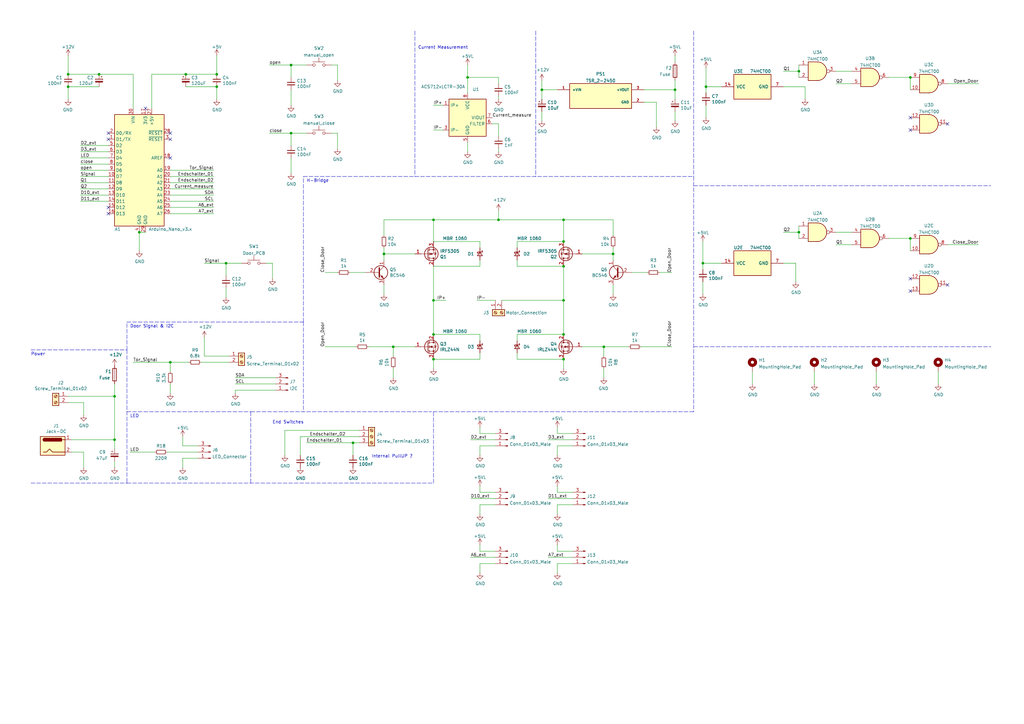
<source format=kicad_sch>
(kicad_sch (version 20211123) (generator eeschema)
  (paper "A3")
  (junction (at 161.29 142.24))
  (junction (at 76.2 30.48))
  (junction (at 231.14 99.06))
  (junction (at 288.29 107.95))
  (junction (at 46.99 162.56))
  (junction (at 373.38 97.79))
  (junction (at 231.14 109.22))
  (junction (at 251.46 104.14))
  (junction (at 327.66 29.21))
  (junction (at 88.9 35.56))
  (junction (at 27.94 30.48))
  (junction (at 144.78 181.61))
  (junction (at 57.15 95.25))
  (junction (at 247.65 142.24))
  (junction (at 204.47 90.17))
  (junction (at 92.71 107.95))
  (junction (at 191.77 31.75))
  (junction (at 46.99 180.34))
  (junction (at 40.64 30.48))
  (junction (at 157.48 104.14))
  (junction (at 327.66 95.25))
  (junction (at 231.14 90.17))
  (junction (at 119.38 26.67))
  (junction (at 177.8 123.19))
  (junction (at 231.14 147.32))
  (junction (at 231.14 123.19))
  (junction (at 276.86 36.83))
  (junction (at 177.8 147.32))
  (junction (at 69.85 148.59))
  (junction (at 119.38 54.61))
  (junction (at 231.14 137.16))
  (junction (at 222.25 36.83))
  (junction (at 373.38 31.75))
  (junction (at 27.94 35.56))
  (junction (at 289.56 35.56))
  (junction (at 177.8 137.16))
  (junction (at 177.8 90.17))
  (junction (at 88.9 30.48))
  (no_connect (at 44.45 85.09))
  (no_connect (at 44.45 54.61))
  (no_connect (at 44.45 57.15))
  (no_connect (at 44.45 87.63))
  (no_connect (at 69.85 64.77))
  (no_connect (at 69.85 57.15))
  (no_connect (at 69.85 54.61))
  (no_connect (at 373.38 119.38))
  (no_connect (at 388.62 116.84))
  (no_connect (at 373.38 114.3))
  (no_connect (at 373.38 48.26))
  (no_connect (at 373.38 53.34))
  (no_connect (at 388.62 50.8))
  (no_connect (at 59.69 44.45))
  (wire (pts (xy 196.85 139.7) (xy 196.85 137.16)))
  (wire (pts (xy 83.82 146.05) (xy 93.98 146.05)))
  (wire (pts (xy 276.86 22.86) (xy 276.86 25.4)))
  (wire (pts (xy 88.9 22.86) (xy 88.9 30.48)))
  (wire (pts (xy 33.02 82.55) (xy 44.45 82.55)))
  (wire (pts (xy 193.04 228.6) (xy 203.2 228.6)))
  (wire (pts (xy 228.6 182.88) (xy 234.95 182.88)))
  (wire (pts (xy 96.52 160.02) (xy 113.03 160.02)))
  (wire (pts (xy 288.29 115.57) (xy 288.29 120.65)))
  (wire (pts (xy 144.78 181.61) (xy 144.78 186.69)))
  (wire (pts (xy 74.93 187.96) (xy 74.93 191.77)))
  (polyline (pts (xy 177.8 198.12) (xy 177.8 168.91)))
  (wire (pts (xy 212.09 106.68) (xy 212.09 109.22)))
  (wire (pts (xy 157.48 96.52) (xy 157.48 90.17)))
  (wire (pts (xy 222.25 33.02) (xy 222.25 36.83)))
  (wire (pts (xy 321.31 29.21) (xy 327.66 29.21)))
  (wire (pts (xy 76.2 30.48) (xy 62.23 30.48)))
  (wire (pts (xy 69.85 69.85) (xy 87.63 69.85)))
  (wire (pts (xy 196.85 231.14) (xy 203.2 231.14)))
  (polyline (pts (xy 284.48 72.39) (xy 284.48 168.91)))
  (wire (pts (xy 111.76 107.95) (xy 109.22 107.95)))
  (wire (pts (xy 359.41 152.4) (xy 359.41 157.48)))
  (polyline (pts (xy 12.7 143.51) (xy 52.07 143.51)))
  (wire (pts (xy 157.48 104.14) (xy 170.18 104.14)))
  (wire (pts (xy 27.94 30.48) (xy 40.64 30.48)))
  (wire (pts (xy 247.65 142.24) (xy 247.65 146.05)))
  (wire (pts (xy 27.94 35.56) (xy 27.94 40.64)))
  (wire (pts (xy 57.15 95.25) (xy 59.69 95.25)))
  (polyline (pts (xy 124.46 72.39) (xy 284.48 72.39)))
  (wire (pts (xy 228.6 231.14) (xy 234.95 231.14)))
  (wire (pts (xy 46.99 162.56) (xy 46.99 180.34)))
  (wire (pts (xy 133.35 111.76) (xy 138.43 111.76)))
  (wire (pts (xy 88.9 30.48) (xy 76.2 30.48)))
  (wire (pts (xy 157.48 116.84) (xy 157.48 120.65)))
  (polyline (pts (xy 52.07 168.91) (xy 102.87 168.91)))
  (wire (pts (xy 196.85 226.06) (xy 203.2 226.06)))
  (wire (pts (xy 119.38 64.77) (xy 119.38 71.12)))
  (wire (pts (xy 33.02 77.47) (xy 44.45 77.47)))
  (wire (pts (xy 34.29 165.1) (xy 34.29 170.18)))
  (wire (pts (xy 231.14 147.32) (xy 212.09 147.32)))
  (polyline (pts (xy 12.7 198.12) (xy 52.07 198.12)))
  (wire (pts (xy 29.21 185.42) (xy 34.29 185.42)))
  (wire (pts (xy 270.51 111.76) (xy 275.59 111.76)))
  (wire (pts (xy 326.39 107.95) (xy 321.31 107.95)))
  (wire (pts (xy 191.77 26.67) (xy 191.77 31.75)))
  (wire (pts (xy 76.2 35.56) (xy 88.9 35.56)))
  (wire (pts (xy 228.6 201.93) (xy 234.95 201.93)))
  (wire (pts (xy 177.8 147.32) (xy 196.85 147.32)))
  (wire (pts (xy 204.47 86.36) (xy 204.47 90.17)))
  (wire (pts (xy 138.43 26.67) (xy 135.89 26.67)))
  (polyline (pts (xy 284.48 142.24) (xy 406.4 142.24)))
  (wire (pts (xy 251.46 104.14) (xy 251.46 106.68)))
  (wire (pts (xy 327.66 95.25) (xy 327.66 97.79)))
  (wire (pts (xy 74.93 179.07) (xy 74.93 182.88)))
  (wire (pts (xy 228.6 186.69) (xy 228.6 182.88)))
  (wire (pts (xy 257.81 142.24) (xy 247.65 142.24)))
  (wire (pts (xy 69.85 157.48) (xy 69.85 161.29)))
  (wire (pts (xy 196.85 201.93) (xy 203.2 201.93)))
  (wire (pts (xy 196.85 106.68) (xy 196.85 109.22)))
  (wire (pts (xy 251.46 116.84) (xy 251.46 120.65)))
  (wire (pts (xy 33.02 69.85) (xy 44.45 69.85)))
  (wire (pts (xy 77.47 148.59) (xy 69.85 148.59)))
  (wire (pts (xy 33.02 72.39) (xy 44.45 72.39)))
  (wire (pts (xy 201.93 50.8) (xy 204.47 50.8)))
  (wire (pts (xy 92.71 107.95) (xy 99.06 107.95)))
  (wire (pts (xy 27.94 22.86) (xy 27.94 30.48)))
  (wire (pts (xy 119.38 26.67) (xy 125.73 26.67)))
  (wire (pts (xy 69.85 85.09) (xy 87.63 85.09)))
  (wire (pts (xy 119.38 26.67) (xy 119.38 31.75)))
  (wire (pts (xy 92.71 118.11) (xy 92.71 121.92)))
  (wire (pts (xy 143.51 111.76) (xy 149.86 111.76)))
  (wire (pts (xy 228.6 207.01) (xy 234.95 207.01)))
  (wire (pts (xy 40.64 35.56) (xy 27.94 35.56)))
  (polyline (pts (xy 219.71 12.7) (xy 219.71 72.39)))
  (wire (pts (xy 388.62 34.29) (xy 401.32 34.29)))
  (wire (pts (xy 231.14 147.32) (xy 231.14 151.13)))
  (wire (pts (xy 74.93 182.88) (xy 81.28 182.88)))
  (wire (pts (xy 46.99 180.34) (xy 46.99 184.15)))
  (wire (pts (xy 342.9 95.25) (xy 349.25 95.25)))
  (wire (pts (xy 289.56 43.18) (xy 289.56 48.26)))
  (wire (pts (xy 196.85 186.69) (xy 196.85 182.88)))
  (wire (pts (xy 228.6 199.39) (xy 228.6 201.93)))
  (wire (pts (xy 212.09 109.22) (xy 231.14 109.22)))
  (wire (pts (xy 289.56 35.56) (xy 295.91 35.56)))
  (wire (pts (xy 125.73 181.61) (xy 144.78 181.61)))
  (wire (pts (xy 222.25 45.72) (xy 222.25 49.53)))
  (wire (pts (xy 68.58 185.42) (xy 81.28 185.42)))
  (wire (pts (xy 334.01 152.4) (xy 334.01 157.48)))
  (wire (pts (xy 69.85 87.63) (xy 87.63 87.63)))
  (wire (pts (xy 204.47 50.8) (xy 204.47 55.88)))
  (wire (pts (xy 193.04 204.47) (xy 203.2 204.47)))
  (wire (pts (xy 69.85 80.01) (xy 87.63 80.01)))
  (wire (pts (xy 228.6 177.8) (xy 234.95 177.8)))
  (wire (pts (xy 289.56 27.94) (xy 289.56 35.56)))
  (wire (pts (xy 228.6 226.06) (xy 234.95 226.06)))
  (wire (pts (xy 247.65 142.24) (xy 238.76 142.24)))
  (wire (pts (xy 46.99 189.23) (xy 46.99 191.77)))
  (wire (pts (xy 373.38 97.79) (xy 373.38 102.87)))
  (wire (pts (xy 196.85 182.88) (xy 203.2 182.88)))
  (wire (pts (xy 177.8 123.19) (xy 177.8 137.16)))
  (wire (pts (xy 119.38 54.61) (xy 119.38 59.69)))
  (wire (pts (xy 231.14 90.17) (xy 231.14 99.06)))
  (polyline (pts (xy 102.87 168.91) (xy 176.53 168.91)))
  (wire (pts (xy 276.86 36.83) (xy 276.86 40.64)))
  (wire (pts (xy 177.8 53.34) (xy 181.61 53.34)))
  (wire (pts (xy 231.14 109.22) (xy 231.14 123.19)))
  (wire (pts (xy 228.6 223.52) (xy 228.6 226.06)))
  (wire (pts (xy 308.61 152.4) (xy 308.61 157.48)))
  (wire (pts (xy 224.79 180.34) (xy 234.95 180.34)))
  (wire (pts (xy 231.14 123.19) (xy 231.14 137.16)))
  (wire (pts (xy 83.82 107.95) (xy 92.71 107.95)))
  (wire (pts (xy 212.09 99.06) (xy 212.09 101.6)))
  (wire (pts (xy 82.55 148.59) (xy 93.98 148.59)))
  (wire (pts (xy 177.8 123.19) (xy 182.88 123.19)))
  (wire (pts (xy 196.85 177.8) (xy 203.2 177.8)))
  (wire (pts (xy 224.79 228.6) (xy 234.95 228.6)))
  (wire (pts (xy 27.94 162.56) (xy 46.99 162.56)))
  (wire (pts (xy 384.81 152.4) (xy 384.81 157.48)))
  (wire (pts (xy 69.85 72.39) (xy 87.63 72.39)))
  (wire (pts (xy 33.02 64.77) (xy 44.45 64.77)))
  (wire (pts (xy 157.48 101.6) (xy 157.48 104.14)))
  (wire (pts (xy 196.85 207.01) (xy 203.2 207.01)))
  (wire (pts (xy 231.14 90.17) (xy 251.46 90.17)))
  (wire (pts (xy 177.8 109.22) (xy 177.8 123.19)))
  (wire (pts (xy 88.9 35.56) (xy 88.9 40.64)))
  (wire (pts (xy 33.02 74.93) (xy 44.45 74.93)))
  (wire (pts (xy 196.85 223.52) (xy 196.85 226.06)))
  (wire (pts (xy 138.43 54.61) (xy 135.89 54.61)))
  (wire (pts (xy 276.86 45.72) (xy 276.86 49.53)))
  (wire (pts (xy 96.52 157.48) (xy 113.03 157.48)))
  (wire (pts (xy 196.85 99.06) (xy 177.8 99.06)))
  (wire (pts (xy 96.52 154.94) (xy 113.03 154.94)))
  (wire (pts (xy 161.29 142.24) (xy 161.29 146.05)))
  (wire (pts (xy 196.85 210.82) (xy 196.85 207.01)))
  (wire (pts (xy 222.25 36.83) (xy 228.6 36.83)))
  (wire (pts (xy 288.29 110.49) (xy 288.29 107.95)))
  (wire (pts (xy 204.47 34.29) (xy 204.47 31.75)))
  (wire (pts (xy 364.49 97.79) (xy 373.38 97.79)))
  (wire (pts (xy 327.66 29.21) (xy 327.66 31.75)))
  (wire (pts (xy 228.6 175.26) (xy 228.6 177.8)))
  (wire (pts (xy 27.94 165.1) (xy 34.29 165.1)))
  (wire (pts (xy 196.85 109.22) (xy 177.8 109.22)))
  (wire (pts (xy 123.19 179.07) (xy 147.32 179.07)))
  (wire (pts (xy 53.34 185.42) (xy 63.5 185.42)))
  (wire (pts (xy 342.9 34.29) (xy 349.25 34.29)))
  (wire (pts (xy 196.85 199.39) (xy 196.85 201.93)))
  (wire (pts (xy 177.8 90.17) (xy 177.8 99.06)))
  (wire (pts (xy 161.29 151.13) (xy 161.29 154.94)))
  (wire (pts (xy 321.31 95.25) (xy 327.66 95.25)))
  (wire (pts (xy 205.74 123.19) (xy 231.14 123.19)))
  (wire (pts (xy 204.47 90.17) (xy 231.14 90.17)))
  (wire (pts (xy 133.35 142.24) (xy 146.05 142.24)))
  (polyline (pts (xy 52.07 132.08) (xy 124.46 132.08)))
  (wire (pts (xy 33.02 67.31) (xy 44.45 67.31)))
  (wire (pts (xy 177.8 90.17) (xy 204.47 90.17)))
  (wire (pts (xy 69.85 148.59) (xy 69.85 152.4)))
  (polyline (pts (xy 52.07 143.51) (xy 52.07 132.08)))
  (wire (pts (xy 193.04 180.34) (xy 203.2 180.34)))
  (wire (pts (xy 204.47 39.37) (xy 204.47 40.64)))
  (wire (pts (xy 288.29 99.06) (xy 288.29 107.95)))
  (wire (pts (xy 364.49 31.75) (xy 373.38 31.75)))
  (polyline (pts (xy 284.48 168.91) (xy 176.53 168.91)))
  (wire (pts (xy 46.99 157.48) (xy 46.99 162.56)))
  (wire (pts (xy 69.85 74.93) (xy 87.63 74.93)))
  (wire (pts (xy 69.85 82.55) (xy 87.63 82.55)))
  (wire (pts (xy 269.24 41.91) (xy 264.16 41.91)))
  (wire (pts (xy 123.19 186.69) (xy 123.19 179.07)))
  (wire (pts (xy 29.21 180.34) (xy 46.99 180.34)))
  (wire (pts (xy 62.23 30.48) (xy 62.23 44.45)))
  (wire (pts (xy 119.38 36.83) (xy 119.38 43.18)))
  (wire (pts (xy 388.62 100.33) (xy 401.32 100.33)))
  (wire (pts (xy 157.48 90.17) (xy 177.8 90.17)))
  (wire (pts (xy 330.2 35.56) (xy 330.2 40.64)))
  (polyline (pts (xy 284.48 12.7) (xy 284.48 72.39)))
  (wire (pts (xy 212.09 139.7) (xy 212.09 137.16)))
  (polyline (pts (xy 124.46 132.08) (xy 124.46 72.39)))
  (wire (pts (xy 116.84 176.53) (xy 116.84 186.69)))
  (wire (pts (xy 265.43 111.76) (xy 259.08 111.76)))
  (wire (pts (xy 147.32 176.53) (xy 116.84 176.53)))
  (wire (pts (xy 69.85 77.47) (xy 87.63 77.47)))
  (wire (pts (xy 228.6 234.95) (xy 228.6 231.14)))
  (wire (pts (xy 138.43 60.96) (xy 138.43 54.61)))
  (wire (pts (xy 54.61 148.59) (xy 69.85 148.59)))
  (wire (pts (xy 327.66 92.71) (xy 327.66 95.25)))
  (wire (pts (xy 288.29 107.95) (xy 295.91 107.95)))
  (wire (pts (xy 321.31 35.56) (xy 330.2 35.56)))
  (wire (pts (xy 264.16 36.83) (xy 276.86 36.83)))
  (wire (pts (xy 191.77 31.75) (xy 191.77 38.1)))
  (wire (pts (xy 222.25 36.83) (xy 222.25 40.64)))
  (wire (pts (xy 196.85 101.6) (xy 196.85 99.06)))
  (wire (pts (xy 373.38 31.75) (xy 373.38 36.83)))
  (wire (pts (xy 144.78 181.61) (xy 147.32 181.61)))
  (wire (pts (xy 83.82 138.43) (xy 83.82 146.05)))
  (wire (pts (xy 342.9 29.21) (xy 349.25 29.21)))
  (wire (pts (xy 228.6 210.82) (xy 228.6 207.01)))
  (polyline (pts (xy 170.18 12.7) (xy 170.18 72.39)))
  (wire (pts (xy 119.38 54.61) (xy 125.73 54.61)))
  (wire (pts (xy 110.49 26.67) (xy 119.38 26.67)))
  (wire (pts (xy 40.64 30.48) (xy 54.61 30.48)))
  (wire (pts (xy 196.85 137.16) (xy 177.8 137.16)))
  (wire (pts (xy 34.29 185.42) (xy 34.29 191.77)))
  (wire (pts (xy 204.47 60.96) (xy 204.47 62.23)))
  (polyline (pts (xy 102.87 168.91) (xy 102.87 196.85)))
  (wire (pts (xy 177.8 43.18) (xy 181.61 43.18)))
  (wire (pts (xy 157.48 104.14) (xy 157.48 106.68)))
  (wire (pts (xy 204.47 31.75) (xy 191.77 31.75)))
  (wire (pts (xy 326.39 115.57) (xy 326.39 107.95)))
  (wire (pts (xy 289.56 38.1) (xy 289.56 35.56)))
  (polyline (pts (xy 52.07 198.12) (xy 177.8 198.12)))
  (wire (pts (xy 342.9 100.33) (xy 349.25 100.33)))
  (wire (pts (xy 212.09 147.32) (xy 212.09 144.78)))
  (wire (pts (xy 161.29 142.24) (xy 170.18 142.24)))
  (wire (pts (xy 196.85 175.26) (xy 196.85 177.8)))
  (wire (pts (xy 92.71 107.95) (xy 92.71 113.03)))
  (polyline (pts (xy 52.07 196.85) (xy 52.07 198.12)))
  (wire (pts (xy 54.61 30.48) (xy 54.61 44.45)))
  (wire (pts (xy 81.28 187.96) (xy 74.93 187.96)))
  (wire (pts (xy 231.14 99.06) (xy 212.09 99.06)))
  (wire (pts (xy 262.89 142.24) (xy 275.59 142.24)))
  (wire (pts (xy 177.8 147.32) (xy 177.8 151.13)))
  (wire (pts (xy 327.66 26.67) (xy 327.66 29.21)))
  (wire (pts (xy 196.85 147.32) (xy 196.85 144.78)))
  (wire (pts (xy 96.52 160.02) (xy 96.52 161.29)))
  (wire (pts (xy 33.02 62.23) (xy 44.45 62.23)))
  (wire (pts (xy 196.85 234.95) (xy 196.85 231.14)))
  (wire (pts (xy 238.76 104.14) (xy 251.46 104.14)))
  (wire (pts (xy 195.58 123.19) (xy 203.2 123.19)))
  (wire (pts (xy 57.15 102.87) (xy 57.15 95.25)))
  (wire (pts (xy 33.02 59.69) (xy 44.45 59.69)))
  (wire (pts (xy 111.76 114.3) (xy 111.76 107.95)))
  (wire (pts (xy 191.77 58.42) (xy 191.77 62.23)))
  (wire (pts (xy 269.24 41.91) (xy 269.24 52.07)))
  (wire (pts (xy 138.43 33.02) (xy 138.43 26.67)))
  (wire (pts (xy 251.46 96.52) (xy 251.46 90.17)))
  (wire (pts (xy 224.79 204.47) (xy 234.95 204.47)))
  (wire (pts (xy 251.46 101.6) (xy 251.46 104.14)))
  (wire (pts (xy 110.49 54.61) (xy 119.38 54.61)))
  (wire (pts (xy 212.09 137.16) (xy 231.14 137.16)))
  (polyline (pts (xy 102.87 196.85) (xy 102.87 198.12)))
  (polyline (pts (xy 284.48 76.2) (xy 406.4 76.2)))
  (polyline (pts (xy 52.07 143.51) (xy 52.07 196.85)))
  (wire (pts (xy 247.65 151.13) (xy 247.65 154.94)))
  (wire (pts (xy 151.13 142.24) (xy 161.29 142.24)))
  (wire (pts (xy 33.02 80.01) (xy 44.45 80.01)))
  (polyline (pts (xy 124.46 132.08) (xy 124.46 168.91)))
  (wire (pts (xy 276.86 33.02) (xy 276.86 36.83)))
  (text "Current Measurement\n" (at 171.45 20.32 0) (effects (font (size 1.27 1.27)) (justify left bottom)))
  (text "Power" (at 12.7 146.05 0) (effects (font (size 1.27 1.27)) (justify left bottom)))
  (text "Door Signal & I2C" (at 53.34 134.62 0) (effects (font (size 1.27 1.27)) (justify left bottom)))
  (text "Internal PullUP ?" (at 152.4 187.96 0) (effects (font (size 1.27 1.27)) (justify left bottom)))
  (text "End Switches" (at 111.76 173.99 0) (effects (font (size 1.27 1.27)) (justify left bottom)))
  (text "H-Bridge" (at 125.73 74.93 0) (effects (font (size 1.27 1.27)) (justify left bottom)))
  (text "LED" (at 53.34 171.45 0) (effects (font (size 1.27 1.27)) (justify left bottom)))
  (label "Tor_Signal" (at 54.61 148.59 0))
  (label "Close_Door" (at 401.32 100.33 180))
  (label "Signal" (at 83.82 107.95 0))
  (label "D10_ext" (at 193.04 204.47 0))
  (label "IP-" (at 195.58 123.19 0))
  (label "Q2" (at 342.9 34.29 0))
  (label "A6_ext" (at 193.04 228.6 0))
  (label "SCL" (at 87.63 82.55 180))
  (label "Endschalter_02" (at 127 179.07 0))
  (label "close" (at 110.49 54.61 0))
  (label "IP+" (at 182.88 123.19 180))
  (label "Open_Door" (at 401.32 34.29 180))
  (label "IP-" (at 177.8 53.34 0))
  (label "A7_ext" (at 224.79 228.6 0))
  (label "Close_Door" (at 133.35 111.76 90))
  (label "SCL" (at 96.52 157.48 0))
  (label "D3_ext" (at 224.79 180.34 0))
  (label "D10_ext" (at 33.02 80.01 0))
  (label "Q1" (at 321.31 29.21 0))
  (label "SDA" (at 87.63 80.01 180))
  (label "Q2" (at 321.31 95.25 0))
  (label "Close_Door" (at 275.59 142.24 90))
  (label "Endschalter_02" (at 87.63 74.93 180))
  (label "close" (at 33.02 67.31 0))
  (label "Current_measure" (at 201.93 48.26 0))
  (label "LED" (at 33.02 64.77 0))
  (label "Signal" (at 33.02 72.39 0))
  (label "Endschalter_01" (at 87.63 72.39 180))
  (label "D11_ext" (at 33.02 82.55 0))
  (label "IP+" (at 177.8 43.18 0))
  (label "A7_ext" (at 87.63 87.63 180))
  (label "Tor_Signal" (at 87.63 69.85 180))
  (label "LED" (at 53.34 185.42 0))
  (label "Q2" (at 33.02 77.47 0))
  (label "D2_ext" (at 33.02 59.69 0))
  (label "D11_ext" (at 224.79 204.47 0))
  (label "D2_ext" (at 193.04 180.34 0))
  (label "open" (at 33.02 69.85 0))
  (label "Open_Door" (at 275.59 111.76 90))
  (label "Endschalter_01" (at 125.73 181.61 0))
  (label "Q1" (at 33.02 74.93 0))
  (label "open" (at 110.49 26.67 0))
  (label "A6_ext" (at 87.63 85.09 180))
  (label "Q1" (at 342.9 100.33 0))
  (label "Open_Door" (at 133.35 142.24 90))
  (label "Current_measure" (at 87.63 77.47 180))
  (label "SDA" (at 96.52 154.94 0))
  (label "D3_ext" (at 33.02 62.23 0))
  (symbol (lib_id "MCU_Module:Arduino_Nano_v3.x") (at 57.15 69.85 0) (unit 1)
    (property "Reference" "A1" (at 48.26 93.98 0))
    (property "Value" "Arduino_Nano_v3.x" (at 69.85 93.98 0))
    (property "Footprint" "Module:Arduino_Nano" (effects hide))
    (property "Datasheet" "http://www.mouser.com/pdfdocs/Gravitech_Arduino_Nano3_0.pdf" (effects hide))
  )
  (symbol (lib_id "Device:CP_Small") (at 76.2 33.02 0) (unit 1)
    (property "Reference" "C3" (at 78.4352 31.8516 0) (effects (justify left)))
    (property "Value" "120uF" (at 78.4352 34.163 0) (effects (justify left)))
    (property "Footprint" "Capacitor_THT:CP_Radial_D6.3mm_P2.50mm" (effects hide))
  )
  (symbol (lib_id "Device:C_Small") (at 88.9 33.02 0) (unit 1)
    (property "Reference" "C4" (at 91.2368 31.8516 0) (effects (justify left)))
    (property "Value" "100nF" (at 91.2368 34.163 0) (effects (justify left)))
    (property "Footprint" "Capacitor_THT:C_Disc_D3.8mm_W2.6mm_P2.50mm" (effects hide))
  )
  (symbol (lib_id "power:GND") (at 88.9 40.64 0) (unit 1)
    (property "Reference" "#PWR0101" (effects hide))
    (property "Value" "GND" (at 89.027 45.0342 0))
  )
  (symbol (lib_id "power:GND") (at 57.15 102.87 0) (unit 1)
    (property "Reference" "#PWR0102" (effects hide))
    (property "Value" "GND" (at 57.277 107.2642 0))
  )
  (symbol (lib_id "Transistor_FET:IRLZ44N") (at 175.26 142.24 0) (unit 1)
    (property "Reference" "Q3" (at 180.4416 141.0716 0) (effects (justify left)))
    (property "Value" "IRLZ44N" (at 180.4416 143.383 0) (effects (justify left)))
    (property "Footprint" "Package_TO_SOT_THT:TO-220-3_Vertical" (effects hide))
    (property "Datasheet" "http://www.irf.com/product-info/datasheets/data/irlz44n.pdf" (effects hide))
  )
  (symbol (lib_id "Transistor_FET:IRLZ44N") (at 233.68 142.24 0) (mirror y) (unit 1)
    (property "Reference" "Q4" (at 228.473 141.0716 0) (effects (justify left)))
    (property "Value" "IRLZ44N" (at 228.473 143.383 0) (effects (justify left)))
    (property "Footprint" "Package_TO_SOT_THT:TO-220-3_Vertical" (effects hide))
    (property "Datasheet" "http://www.irf.com/product-info/datasheets/data/irlz44n.pdf" (effects hide))
  )
  (symbol (lib_id "Connector:Jack-DC") (at 21.59 182.88 0) (unit 1)
    (property "Reference" "J1" (at 23.0378 174.625 0))
    (property "Value" "Jack-DC" (at 23.0378 176.9364 0))
    (property "Footprint" "Connector_BarrelJack:BarrelJack_Horizontal" (effects hide))
  )
  (symbol (lib_id "Connector:Screw_Terminal_01x02") (at 22.86 162.56 0) (mirror y) (unit 1)
    (property "Reference" "J2" (at 24.9428 157.0482 0))
    (property "Value" "Screw_Terminal_01x02" (at 24.9428 159.3596 0))
    (property "Footprint" "TerminalBlock_Phoenix:TerminalBlock_Phoenix_PT-1,5-2-5.0-H_1x02_P5.00mm_Horizontal" (effects hide))
  )
  (symbol (lib_id "power:GND") (at 34.29 170.18 0) (unit 1)
    (property "Reference" "#PWR0103" (effects hide))
    (property "Value" "GND" (at 34.417 174.5742 0))
  )
  (symbol (lib_id "power:GND") (at 34.29 191.77 0) (unit 1)
    (property "Reference" "#PWR0104" (effects hide))
    (property "Value" "GND" (at 34.417 196.1642 0))
  )
  (symbol (lib_id "power:+12V") (at 46.99 149.86 0) (unit 1)
    (property "Reference" "#PWR0107" (effects hide))
    (property "Value" "+12V" (at 47.371 145.4658 0))
  )
  (symbol (lib_id "Transistor_FET:IRF9540N") (at 175.26 104.14 0) (mirror x) (unit 1)
    (property "Reference" "Q1" (at 180.467 105.3084 0) (effects (justify left)))
    (property "Value" "IRF5305" (at 180.467 102.997 0) (effects (justify left)))
    (property "Footprint" "Package_TO_SOT_THT:TO-220-3_Vertical" (effects hide))
    (property "Datasheet" "http://www.irf.com/product-info/datasheets/data/irf9540n.pdf" (effects hide))
  )
  (symbol (lib_id "Transistor_FET:IRF9540N") (at 233.68 104.14 180) (unit 1)
    (property "Reference" "Q2" (at 228.473 105.3084 0) (effects (justify left)))
    (property "Value" "IRF5305" (at 228.473 102.997 0) (effects (justify left)))
    (property "Footprint" "Package_TO_SOT_THT:TO-220-3_Vertical" (effects hide))
    (property "Datasheet" "http://www.irf.com/product-info/datasheets/data/irf9540n.pdf" (effects hide))
  )
  (symbol (lib_id "Connector:Screw_Terminal_01x02") (at 203.2 128.27 90) (mirror x) (unit 1)
    (property "Reference" "J3" (at 199.39 128.27 90))
    (property "Value" "Motor_Connection" (at 215.9 128.27 90))
    (property "Footprint" "TerminalBlock_Phoenix:TerminalBlock_Phoenix_PT-1,5-2-5.0-H_1x02_P5.00mm_Horizontal" (effects hide))
  )
  (symbol (lib_id "Device:D_Schottky_Small") (at 196.85 104.14 270) (unit 1)
    (property "Reference" "D1" (at 191.77 104.14 90) (effects (justify left)))
    (property "Value" "MBR 1060" (at 181.61 97.79 90) (effects (justify left)))
    (property "Footprint" "Package_TO_SOT_THT:TO-220-2_Vertical" (effects hide))
  )
  (symbol (lib_id "Device:D_Schottky_Small") (at 196.85 142.24 270) (unit 1)
    (property "Reference" "D3" (at 191.77 142.24 90) (effects (justify left)))
    (property "Value" "MBR 1060" (at 181.61 135.89 90) (effects (justify left)))
    (property "Footprint" "Package_TO_SOT_THT:TO-220-2_Vertical" (effects hide))
  )
  (symbol (lib_id "Device:D_Schottky_Small") (at 212.09 142.24 270) (unit 1)
    (property "Reference" "D4" (at 214.63 142.24 90) (effects (justify left)))
    (property "Value" "MBR 1060" (at 212.09 135.89 90) (effects (justify left)))
    (property "Footprint" "Package_TO_SOT_THT:TO-220-2_Vertical" (effects hide))
  )
  (symbol (lib_id "Device:D_Schottky_Small") (at 212.09 104.14 270) (unit 1)
    (property "Reference" "D2" (at 214.63 104.14 90) (effects (justify left)))
    (property "Value" "MBR 1060" (at 212.09 97.79 90) (effects (justify left)))
    (property "Footprint" "Package_TO_SOT_THT:TO-220-2_Vertical" (effects hide))
  )
  (symbol (lib_id "Device:R_Small") (at 157.48 99.06 180) (unit 1)
    (property "Reference" "R2" (at 158.9786 97.8916 0) (effects (justify right)))
    (property "Value" "10k" (at 158.9786 100.203 0) (effects (justify right)))
    (property "Footprint" "Resistor_THT:R_Axial_DIN0207_L6.3mm_D2.5mm_P10.16mm_Horizontal" (effects hide))
  )
  (symbol (lib_id "Transistor_BJT:BC546") (at 154.94 111.76 0) (unit 1)
    (property "Reference" "Q5" (at 159.7914 110.5916 0) (effects (justify left)))
    (property "Value" "BC546" (at 159.7914 112.903 0) (effects (justify left)))
    (property "Footprint" "Package_TO_SOT_THT:TO-92_Inline" (effects hide))
    (property "Datasheet" "https://www.onsemi.com/pub/Collateral/BC550-D.pdf" (effects hide))
  )
  (symbol (lib_id "power:+12V") (at 204.47 86.36 0) (unit 1)
    (property "Reference" "#PWR0112" (effects hide))
    (property "Value" "+12V" (at 204.851 81.9658 0))
  )
  (symbol (lib_id "Device:R_Small") (at 140.97 111.76 90) (unit 1)
    (property "Reference" "R1" (at 140.97 106.7816 90))
    (property "Value" "1k" (at 140.97 109.093 90))
    (property "Footprint" "Resistor_THT:R_Axial_DIN0207_L6.3mm_D2.5mm_P10.16mm_Horizontal" (effects hide))
  )
  (symbol (lib_id "power:+5VL") (at 228.6 175.26 0) (unit 1)
    (property "Reference" "#PWR015" (effects hide))
    (property "Value" "+5VL" (at 228.6 171.6555 0))
  )
  (symbol (lib_id "Device:C_Small") (at 92.71 115.57 0) (unit 1)
    (property "Reference" "C12" (at 95.0468 114.4016 0) (effects (justify left)))
    (property "Value" "100nF" (at 95.0468 116.713 0) (effects (justify left)))
    (property "Footprint" "Capacitor_THT:C_Disc_D3.8mm_W2.6mm_P2.50mm" (effects hide))
  )
  (symbol (lib_id "power:GND") (at 119.38 71.12 0) (unit 1)
    (property "Reference" "#PWR0105" (effects hide))
    (property "Value" "GND" (at 119.507 75.5142 0))
  )
  (symbol (lib_id "power:GND") (at 204.47 62.23 0) (unit 1)
    (property "Reference" "#PWR012" (effects hide))
    (property "Value" "GND" (at 204.597 66.6242 0))
  )
  (symbol (lib_id "power:GND") (at 69.85 161.29 0) (unit 1)
    (property "Reference" "#PWR02" (effects hide))
    (property "Value" "GND" (at 69.977 165.6842 0))
  )
  (symbol (lib_id "power:GND") (at 196.85 186.69 0) (unit 1)
    (property "Reference" "#PWR0134" (effects hide))
    (property "Value" "GND" (at 196.977 191.0842 0))
  )
  (symbol (lib_id "power:GND") (at 326.39 115.57 0) (unit 1)
    (property "Reference" "#PWR018" (effects hide))
    (property "Value" "GND" (at 326.517 119.9642 0))
  )
  (symbol (lib_id "Switch:SW_Push") (at 104.14 107.95 0) (unit 1)
    (property "Reference" "SW1" (at 104.14 101.0625 0))
    (property "Value" "Door_PCB" (at 104.14 103.8376 0))
    (property "Footprint" "Button_Switch_THT:SW_PUSH_6mm_H4.3mm" (effects hide))
  )
  (symbol (lib_id "power:GND") (at 96.52 161.29 0) (unit 1)
    (property "Reference" "#PWR0122" (effects hide))
    (property "Value" "GND" (at 96.647 165.6842 0))
  )
  (symbol (lib_id "74xx:74HCT00") (at 356.87 97.79 0) (unit 2)
    (property "Reference" "U2" (at 356.87 90.0135 0))
    (property "Value" "74HCT00" (at 356.87 92.7886 0))
    (property "Footprint" "Package_DIP:DIP-14_W7.62mm_Socket" (effects hide))
    (property "Datasheet" "http://www.ti.com/lit/gpn/sn74hct00" (effects hide))
  )
  (symbol (lib_id "Device:R_Small") (at 148.59 142.24 90) (unit 1)
    (property "Reference" "R5" (at 148.59 137.2616 90))
    (property "Value" "1k" (at 148.59 139.573 90))
    (property "Footprint" "Resistor_THT:R_Axial_DIN0207_L6.3mm_D2.5mm_P10.16mm_Horizontal" (effects hide))
  )
  (symbol (lib_id "power:+5VL") (at 196.85 223.52 0) (unit 1)
    (property "Reference" "#PWR06" (effects hide))
    (property "Value" "+5VL" (at 196.85 219.9155 0))
  )
  (symbol (lib_id "74xx:74HCT00") (at 335.28 95.25 0) (unit 1)
    (property "Reference" "U2" (at 335.28 87.4735 0))
    (property "Value" "74HCT00" (at 335.28 90.2486 0))
    (property "Footprint" "Package_DIP:DIP-14_W7.62mm_Socket" (effects hide))
    (property "Datasheet" "http://www.ti.com/lit/gpn/sn74hct00" (effects hide))
  )
  (symbol (lib_id "power:GND") (at 288.29 120.65 0) (unit 1)
    (property "Reference" "#PWR014" (effects hide))
    (property "Value" "GND" (at 288.417 125.0442 0))
  )
  (symbol (lib_id "Mechanical:MountingHole_Pad") (at 308.61 149.86 0) (unit 1)
    (property "Reference" "H1" (at 311.15 147.6815 0) (effects (justify left)))
    (property "Value" "MountingHole_Pad" (at 311.15 150.4566 0) (effects (justify left)))
    (property "Footprint" "MountingHole:MountingHole_3.7mm_Pad_Via" (effects hide))
  )
  (symbol (lib_id "Device:C_Small") (at 144.78 189.23 0) (unit 1)
    (property "Reference" "C16" (at 147.1168 188.0616 0) (effects (justify left)))
    (property "Value" "100nF" (at 147.1168 190.373 0) (effects (justify left)))
    (property "Footprint" "Capacitor_THT:C_Disc_D3.8mm_W2.6mm_P2.50mm" (effects hide))
  )
  (symbol (lib_id "power:GND") (at 123.19 191.77 0) (unit 1)
    (property "Reference" "#PWR0120" (effects hide))
    (property "Value" "GND" (at 123.317 196.1642 0))
  )
  (symbol (lib_id "Device:CP_Small") (at 222.25 43.18 0) (unit 1)
    (property "Reference" "C10" (at 224.4852 42.0116 0) (effects (justify left)))
    (property "Value" "10uF" (at 224.4852 44.323 0) (effects (justify left)))
    (property "Footprint" "Capacitor_THT:CP_Radial_D6.3mm_P2.50mm" (effects hide))
  )
  (symbol (lib_id "power:GND") (at 204.47 40.64 0) (unit 1)
    (property "Reference" "#PWR011" (effects hide))
    (property "Value" "GND" (at 204.597 45.0342 0))
  )
  (symbol (lib_id "power:+5VL") (at 228.6 199.39 0) (unit 1)
    (property "Reference" "#PWR023" (effects hide))
    (property "Value" "+5VL" (at 228.6 195.7855 0))
  )
  (symbol (lib_id "power:GND") (at 138.43 60.96 0) (unit 1)
    (property "Reference" "#PWR0116" (effects hide))
    (property "Value" "GND" (at 138.557 65.3542 0))
  )
  (symbol (lib_id "Connector:Conn_01x03_Male") (at 208.28 204.47 180) (unit 1)
    (property "Reference" "J9" (at 208.9912 203.5615 0) (effects (justify right)))
    (property "Value" "Conn_01x03_Male" (at 208.9912 206.3366 0) (effects (justify right)))
    (property "Footprint" "Connector_PinHeader_2.54mm:PinHeader_1x03_P2.54mm_Vertical" (effects hide))
  )
  (symbol (lib_id "74xx:74HCT00") (at 381 116.84 0) (unit 4)
    (property "Reference" "U2" (at 381 109.0635 0))
    (property "Value" "74HCT00" (at 381 111.8386 0))
    (property "Footprint" "Package_DIP:DIP-14_W7.62mm_Socket" (effects hide))
    (property "Datasheet" "http://www.ti.com/lit/gpn/sn74hct00" (effects hide))
  )
  (symbol (lib_id "power:GND") (at 384.81 157.48 0) (unit 1)
    (property "Reference" "#PWR0132" (effects hide))
    (property "Value" "GND" (at 384.937 161.8742 0))
  )
  (symbol (lib_id "power:GND") (at 157.48 120.65 0) (unit 1)
    (property "Reference" "#PWR0115" (effects hide))
    (property "Value" "GND" (at 157.607 125.0442 0))
  )
  (symbol (lib_id "74xx:74HCT00") (at 308.61 35.56 90) (unit 5)
    (property "Reference" "U3" (at 304.8 29.21 90) (effects (justify left)))
    (property "Value" "74HCT00" (at 316.23 29.21 90) (effects (justify left)))
    (property "Footprint" "Package_DIP:DIP-14_W7.62mm_Socket" (effects hide))
    (property "Datasheet" "http://www.ti.com/lit/gpn/sn74hct00" (effects hide))
  )
  (symbol (lib_id "power:GND") (at 74.93 191.77 0) (unit 1)
    (property "Reference" "#PWR07" (effects hide))
    (property "Value" "GND" (at 75.057 196.1642 0))
  )
  (symbol (lib_id "Device:R_Small") (at 267.97 111.76 270) (mirror x) (unit 1)
    (property "Reference" "R3" (at 267.97 106.7816 90))
    (property "Value" "1k" (at 267.97 109.093 90))
    (property "Footprint" "Resistor_THT:R_Axial_DIN0207_L6.3mm_D2.5mm_P10.16mm_Horizontal" (effects hide))
  )
  (symbol (lib_id "Device:C_Small") (at 27.94 33.02 0) (mirror y) (unit 1)
    (property "Reference" "C1" (at 25.6032 31.8516 0) (effects (justify left)))
    (property "Value" "100nF" (at 25.6032 34.163 0) (effects (justify left)))
    (property "Footprint" "Capacitor_THT:C_Disc_D3.8mm_W2.6mm_P2.50mm" (effects hide))
  )
  (symbol (lib_id "power:GND") (at 308.61 157.48 0) (unit 1)
    (property "Reference" "#PWR0129" (effects hide))
    (property "Value" "GND" (at 308.737 161.8742 0))
  )
  (symbol (lib_id "power:+5VL") (at 191.77 26.67 0) (unit 1)
    (property "Reference" "#PWR0125" (effects hide))
    (property "Value" "+5VL" (at 191.77 23.0655 0))
  )
  (symbol (lib_id "Device:CP_Small") (at 40.64 33.02 0) (mirror y) (unit 1)
    (property "Reference" "C2" (at 38.4048 31.8516 0) (effects (justify left)))
    (property "Value" "120uF" (at 38.4048 34.163 0) (effects (justify left)))
    (property "Footprint" "Capacitor_THT:CP_Radial_D6.3mm_P2.50mm" (effects hide))
  )
  (symbol (lib_id "power:+5VL") (at 74.93 179.07 0) (unit 1)
    (property "Reference" "#PWR0124" (effects hide))
    (property "Value" "+5VL" (at 74.93 175.4655 0))
  )
  (symbol (lib_id "Mechanical:MountingHole_Pad") (at 359.41 149.86 0) (unit 1)
    (property "Reference" "H3" (at 361.95 147.6815 0) (effects (justify left)))
    (property "Value" "MountingHole_Pad" (at 361.95 150.4566 0) (effects (justify left)))
    (property "Footprint" "MountingHole:MountingHole_3.7mm_Pad_Via" (effects hide))
  )
  (symbol (lib_id "power:+5VL") (at 196.85 175.26 0) (unit 1)
    (property "Reference" "#PWR0133" (effects hide))
    (property "Value" "+5VL" (at 196.85 171.6555 0))
  )
  (symbol (lib_id "Device:R_Small") (at 247.65 148.59 0) (mirror x) (unit 1)
    (property "Reference" "R8" (at 252.6284 148.59 90))
    (property "Value" "10k" (at 250.317 148.59 90))
    (property "Footprint" "Resistor_THT:R_Axial_DIN0207_L6.3mm_D2.5mm_P10.16mm_Horizontal" (effects hide))
  )
  (symbol (lib_id "Connector:Conn_01x03_Male") (at 86.36 185.42 180) (unit 1)
    (property "Reference" "J6" (at 87.0712 184.5115 0) (effects (justify right)))
    (property "Value" "LED_Connector" (at 87.0712 187.2866 0) (effects (justify right)))
    (property "Footprint" "Connector_JST:JST_XA_B03B-XASK-1_1x03_P2.50mm_Vertical" (effects hide))
  )
  (symbol (lib_id "Switch:SW_Push") (at 130.81 26.67 0) (unit 1)
    (property "Reference" "SW2" (at 130.81 19.7825 0))
    (property "Value" "manual_open" (at 130.81 22.5576 0))
    (property "Footprint" "Button_Switch_THT:SW_PUSH_6mm_H4.3mm" (effects hide))
  )
  (symbol (lib_id "Device:R_Small") (at 251.46 99.06 0) (mirror x) (unit 1)
    (property "Reference" "R4" (at 249.9614 97.8916 0) (effects (justify right)))
    (property "Value" "10k" (at 249.9614 100.203 0) (effects (justify right)))
    (property "Footprint" "Resistor_THT:R_Axial_DIN0207_L6.3mm_D2.5mm_P10.16mm_Horizontal" (effects hide))
  )
  (symbol (lib_id "Device:R_Small") (at 260.35 142.24 270) (mirror x) (unit 1)
    (property "Reference" "R7" (at 260.35 137.2616 90))
    (property "Value" "1k" (at 260.35 139.573 90))
    (property "Footprint" "Resistor_THT:R_Axial_DIN0207_L6.3mm_D2.5mm_P10.16mm_Horizontal" (effects hide))
  )
  (symbol (lib_id "power:GND") (at 191.77 62.23 0) (unit 1)
    (property "Reference" "#PWR010" (effects hide))
    (property "Value" "GND" (at 191.897 66.6242 0))
  )
  (symbol (lib_id "74xx:74HCT00") (at 381 34.29 0) (unit 3)
    (property "Reference" "U3" (at 381 26.5135 0))
    (property "Value" "74HCT00" (at 381 29.2886 0))
    (property "Footprint" "Package_DIP:DIP-14_W7.62mm_Socket" (effects hide))
    (property "Datasheet" "http://www.ti.com/lit/gpn/sn74hct00" (effects hide))
  )
  (symbol (lib_id "power:GND") (at 228.6 234.95 0) (unit 1)
    (property "Reference" "#PWR027" (effects hide))
    (property "Value" "GND" (at 228.727 239.3442 0))
  )
  (symbol (lib_id "power:GND") (at 196.85 234.95 0) (unit 1)
    (property "Reference" "#PWR09" (effects hide))
    (property "Value" "GND" (at 196.977 239.3442 0))
  )
  (symbol (lib_id "power:GND") (at 27.94 40.64 0) (mirror y) (unit 1)
    (property "Reference" "#PWR08" (effects hide))
    (property "Value" "GND" (at 27.813 45.0342 0))
  )
  (symbol (lib_id "Mechanical:MountingHole_Pad") (at 334.01 149.86 0) (unit 1)
    (property "Reference" "H2" (at 336.55 147.6815 0) (effects (justify left)))
    (property "Value" "MountingHole_Pad" (at 336.55 150.4566 0) (effects (justify left)))
    (property "Footprint" "MountingHole:MountingHole_3.7mm_Pad_Via" (effects hide))
  )
  (symbol (lib_id "power:GND") (at 276.86 49.53 0) (unit 1)
    (property "Reference" "#PWR024" (effects hide))
    (property "Value" "GND" (at 276.987 53.9242 0))
  )
  (symbol (lib_id "Device:Fuse") (at 276.86 29.21 0) (unit 1)
    (property "Reference" "F2" (at 273.05 27.94 0) (effects (justify left)))
    (property "Value" "Fuse" (at 270.51 30.48 0) (effects (justify left)))
    (property "Footprint" "Fuse:Fuseholder_Cylinder-5x20mm_Schurter_0031_8201_Horizontal_Open" (effects hide))
  )
  (symbol (lib_id "Connector:Screw_Terminal_01x03") (at 152.4 179.07 0) (unit 1)
    (property "Reference" "J4" (at 154.432 178.1615 0) (effects (justify left)))
    (property "Value" "Screw_Terminal_01x03" (at 154.432 180.9366 0) (effects (justify left)))
    (property "Footprint" "TerminalBlock_Phoenix:TerminalBlock_Phoenix_PT-1,5-3-5.0-H_1x03_P5.00mm_Horizontal" (effects hide))
  )
  (symbol (lib_id "Device:C_Small") (at 123.19 189.23 0) (unit 1)
    (property "Reference" "C15" (at 125.5268 188.0616 0) (effects (justify left)))
    (property "Value" "100nF" (at 125.5268 190.373 0) (effects (justify left)))
    (property "Footprint" "Capacitor_THT:C_Disc_D3.8mm_W2.6mm_P2.50mm" (effects hide))
  )
  (symbol (lib_id "power:GND") (at 289.56 48.26 0) (unit 1)
    (property "Reference" "#PWR013" (effects hide))
    (property "Value" "GND" (at 289.687 52.6542 0))
  )
  (symbol (lib_id "power:GND") (at 196.85 210.82 0) (unit 1)
    (property "Reference" "#PWR04" (effects hide))
    (property "Value" "GND" (at 196.977 215.2142 0))
  )
  (symbol (lib_id "power:GND") (at 161.29 154.94 0) (unit 1)
    (property "Reference" "#PWR0113" (effects hide))
    (property "Value" "GND" (at 161.417 159.3342 0))
  )
  (symbol (lib_id "Connector:Conn_01x03_Male") (at 118.11 157.48 180) (unit 1)
    (property "Reference" "J7" (at 118.8212 156.5715 0) (effects (justify right)))
    (property "Value" "I2C" (at 118.8212 159.3466 0) (effects (justify right)))
    (property "Footprint" "Connector_JST:JST_XA_B03B-XASK-1_1x03_P2.50mm_Vertical" (effects hide))
  )
  (symbol (lib_id "power:+5VL") (at 228.6 223.52 0) (unit 1)
    (property "Reference" "#PWR026" (effects hide))
    (property "Value" "+5VL" (at 228.6 219.9155 0))
  )
  (symbol (lib_id "74xx:74HCT00") (at 381 100.33 0) (unit 3)
    (property "Reference" "U2" (at 381 92.5535 0))
    (property "Value" "74HCT00" (at 381 95.3286 0))
    (property "Footprint" "Package_DIP:DIP-14_W7.62mm_Socket" (effects hide))
    (property "Datasheet" "http://www.ti.com/lit/gpn/sn74hct00" (effects hide))
  )
  (symbol (lib_id "power:GND") (at 359.41 157.48 0) (unit 1)
    (property "Reference" "#PWR0131" (effects hide))
    (property "Value" "GND" (at 359.537 161.8742 0))
  )
  (symbol (lib_id "Device:C_Small") (at 119.38 62.23 0) (unit 1)
    (property "Reference" "C14" (at 121.7168 61.0616 0) (effects (justify left)))
    (property "Value" "100nF" (at 121.7168 63.373 0) (effects (justify left)))
    (property "Footprint" "Capacitor_THT:C_Disc_D3.8mm_W2.6mm_P2.50mm" (effects hide))
  )
  (symbol (lib_id "power:GND") (at 228.6 210.82 0) (unit 1)
    (property "Reference" "#PWR025" (effects hide))
    (property "Value" "GND" (at 228.727 215.2142 0))
  )
  (symbol (lib_id "Connector:Conn_01x03_Male") (at 208.28 228.6 180) (unit 1)
    (property "Reference" "J10" (at 208.9912 227.6915 0) (effects (justify right)))
    (property "Value" "Conn_01x03_Male" (at 208.9912 230.4666 0) (effects (justify right)))
    (property "Footprint" "Connector_PinHeader_2.54mm:PinHeader_1x03_P2.54mm_Vertical" (effects hide))
  )
  (symbol (lib_id "Device:C_Small") (at 204.47 58.42 0) (unit 1)
    (property "Reference" "C6" (at 206.8068 57.2516 0) (effects (justify left)))
    (property "Value" "1nF" (at 206.8068 59.563 0) (effects (justify left)))
    (property "Footprint" "Capacitor_THT:C_Disc_D3.8mm_W2.6mm_P2.50mm" (effects hide))
  )
  (symbol (lib_id "Device:CP_Small") (at 46.99 186.69 0) (unit 1)
    (property "Reference" "C9" (at 40.64 185.42 0) (effects (justify left)))
    (property "Value" "47uF" (at 39.37 187.96 0) (effects (justify left)))
    (property "Footprint" "Capacitor_THT:CP_Radial_D6.3mm_P2.50mm" (effects hide))
  )
  (symbol (lib_id "power:GND") (at 334.01 157.48 0) (unit 1)
    (property "Reference" "#PWR0130" (effects hide))
    (property "Value" "GND" (at 334.137 161.8742 0))
  )
  (symbol (lib_id "power:+5VL") (at 196.85 199.39 0) (unit 1)
    (property "Reference" "#PWR03" (effects hide))
    (property "Value" "+5VL" (at 196.85 195.7855 0))
  )
  (symbol (lib_id "power:+5VL") (at 288.29 99.06 0) (unit 1)
    (property "Reference" "#PWR0128" (effects hide))
    (property "Value" "+5VL" (at 288.29 95.4555 0))
  )
  (symbol (lib_id "power:GND") (at 269.24 52.07 0) (unit 1)
    (property "Reference" "#PWR022" (effects hide))
    (property "Value" "GND" (at 269.367 56.4642 0))
  )
  (symbol (lib_id "power:GND") (at 251.46 120.65 0) (unit 1)
    (property "Reference" "#PWR0109" (effects hide))
    (property "Value" "GND" (at 251.587 125.0442 0))
  )
  (symbol (lib_id "power:GND") (at 119.38 43.18 0) (unit 1)
    (property "Reference" "#PWR0106" (effects hide))
    (property "Value" "GND" (at 119.507 47.5742 0))
  )
  (symbol (lib_id "Device:Fuse") (at 46.99 153.67 0) (unit 1)
    (property "Reference" "F1" (at 43.18 152.4 0) (effects (justify left)))
    (property "Value" "Fuse" (at 40.64 154.94 0) (effects (justify left)))
    (property "Footprint" "Fuse:Fuseholder_Cylinder-5x20mm_Schurter_0031_8201_Horizontal_Open" (effects hide))
  )
  (symbol (lib_id "Connector:Screw_Terminal_01x02") (at 99.06 146.05 0) (unit 1)
    (property "Reference" "J5" (at 101.092 146.4115 0) (effects (justify left)))
    (property "Value" "Screw_Terminal_01x02" (at 101.092 149.1866 0) (effects (justify left)))
    (property "Footprint" "TerminalBlock_Phoenix:TerminalBlock_Phoenix_PT-1,5-2-5.0-H_1x02_P5.00mm_Horizontal" (effects hide))
  )
  (symbol (lib_id "power:GND") (at 177.8 151.13 0) (unit 1)
    (property "Reference" "#PWR0114" (effects hide))
    (property "Value" "GND" (at 177.927 155.5242 0))
  )
  (symbol (lib_id "power:GND") (at 111.76 114.3 0) (unit 1)
    (property "Reference" "#PWR0110" (effects hide))
    (property "Value" "GND" (at 111.887 118.6942 0))
  )
  (symbol (lib_id "power:GND") (at 231.14 151.13 0) (unit 1)
    (property "Reference" "#PWR0108" (effects hide))
    (property "Value" "GND" (at 231.267 155.5242 0))
  )
  (symbol (lib_id "power:+5VL") (at 276.86 22.86 0) (unit 1)
    (property "Reference" "#PWR0123" (effects hide))
    (property "Value" "+5VL" (at 276.86 19.2555 0))
  )
  (symbol (lib_id "Connector:Conn_01x03_Male") (at 240.03 228.6 180) (unit 1)
    (property "Reference" "J13" (at 240.7412 227.6915 0) (effects (justify right)))
    (property "Value" "Conn_01x03_Male" (at 240.7412 230.4666 0) (effects (justify right)))
    (property "Footprint" "Connector_PinHeader_2.54mm:PinHeader_1x03_P2.54mm_Vertical" (effects hide))
  )
  (symbol (lib_id "power:GND") (at 222.25 49.53 0) (unit 1)
    (property "Reference" "#PWR021" (effects hide))
    (property "Value" "GND" (at 222.377 53.9242 0))
  )
  (symbol (lib_id "74xx:74HCT00") (at 308.61 107.95 90) (unit 5)
    (property "Reference" "U2" (at 304.8 101.6 90) (effects (justify left)))
    (property "Value" "74HCT00" (at 316.23 101.6 90) (effects (justify left)))
    (property "Footprint" "Package_DIP:DIP-14_W7.62mm_Socket" (effects hide))
    (property "Datasheet" "http://www.ti.com/lit/gpn/sn74hct00" (effects hide))
  )
  (symbol (lib_id "Mechanical:MountingHole_Pad") (at 384.81 149.86 0) (unit 1)
    (property "Reference" "H4" (at 387.35 147.6815 0) (effects (justify left)))
    (property "Value" "MountingHole_Pad" (at 387.35 150.4566 0) (effects (justify left)))
    (property "Footprint" "MountingHole:MountingHole_3.7mm_Pad_Via" (effects hide))
  )
  (symbol (lib_id "Device:C_Small") (at 204.47 36.83 0) (unit 1)
    (property "Reference" "C5" (at 206.8068 35.6616 0) (effects (justify left)))
    (property "Value" "100nF" (at 206.8068 37.973 0) (effects (justify left)))
    (property "Footprint" "Capacitor_THT:C_Disc_D3.8mm_W2.6mm_P2.50mm" (effects hide))
  )
  (symbol (lib_id "power:GND") (at 138.43 33.02 0) (unit 1)
    (property "Reference" "#PWR0117" (effects hide))
    (property "Value" "GND" (at 138.557 37.4142 0))
  )
  (symbol (lib_id "Sensor_Current:ACS712xLCTR-30A") (at 191.77 48.26 0) (unit 1)
    (property "Reference" "U1" (at 193.7894 36.6735 0) (effects (justify left)))
    (property "Value" "ACS712xLCTR-30A" (at 172.72 35.56 0) (effects (justify left)))
    (property "Footprint" "Package_SO:SOIC-8_3.9x4.9mm_P1.27mm" (effects hide))
    (property "Datasheet" "http://www.allegromicro.com/~/media/Files/Datasheets/ACS712-Datasheet.ashx?la=en" (effects hide))
  )
  (symbol (lib_id "power:+5VL") (at 289.56 27.94 0) (unit 1)
    (property "Reference" "#PWR0127" (effects hide))
    (property "Value" "+5VL" (at 289.56 24.3355 0))
  )
  (symbol (lib_id "power:GND") (at 92.71 121.92 0) (unit 1)
    (property "Reference" "#PWR0119" (effects hide))
    (property "Value" "GND" (at 92.837 126.3142 0))
  )
  (symbol (lib_id "74xx:74HCT00") (at 381 50.8 0) (unit 4)
    (property "Reference" "U3" (at 381 43.0235 0))
    (property "Value" "74HCT00" (at 381 45.7986 0))
    (property "Footprint" "Package_DIP:DIP-14_W7.62mm_Socket" (effects hide))
    (property "Datasheet" "http://www.ti.com/lit/gpn/sn74hct00" (effects hide))
  )
  (symbol (lib_id "Switch:SW_Push") (at 130.81 54.61 0) (unit 1)
    (property "Reference" "SW3" (at 130.81 47.7225 0))
    (property "Value" "manual_close" (at 130.81 50.4976 0))
    (property "Footprint" "Button_Switch_THT:SW_PUSH_6mm_H4.3mm" (effects hide))
  )
  (symbol (lib_id "74xx:74HCT00") (at 335.28 29.21 0) (unit 1)
    (property "Reference" "U3" (at 335.28 21.4335 0))
    (property "Value" "74HCT00" (at 335.28 24.2086 0))
    (property "Footprint" "Package_DIP:DIP-14_W7.62mm_Socket" (effects hide))
    (property "Datasheet" "http://www.ti.com/lit/gpn/sn74hct00" (effects hide))
  )
  (symbol (lib_id "Device:C_Small") (at 288.29 113.03 0) (unit 1)
    (property "Reference" "C8" (at 290.6268 111.8616 0) (effects (justify left)))
    (property "Value" "100nF" (at 290.6268 114.173 0) (effects (justify left)))
    (property "Footprint" "Capacitor_THT:C_Disc_D3.8mm_W2.6mm_P2.50mm" (effects hide))
  )
  (symbol (lib_id "power:+12V") (at 222.25 33.02 0) (unit 1)
    (property "Reference" "#PWR020" (effects hide))
    (property "Value" "+12V" (at 222.631 28.6258 0))
  )
  (symbol (lib_id "power:+5V") (at 88.9 22.86 0) (unit 1)
    (property "Reference" "#PWR0126" (effects hide))
    (property "Value" "+5V" (at 88.9 19.2555 0))
  )
  (symbol (lib_id "power:GND") (at 116.84 186.69 0) (unit 1)
    (property "Reference" "#PWR0118" (effects hide))
    (property "Value" "GND" (at 116.967 191.0842 0))
  )
  (symbol (lib_id "power:+12V") (at 27.94 22.86 0) (unit 1)
    (property "Reference" "#PWR05" (effects hide))
    (property "Value" "+12V" (at 27.94 19.2555 0))
  )
  (symbol (lib_id "Connector:Conn_01x03_Male") (at 208.28 180.34 180) (unit 1)
    (property "Reference" "J8" (at 208.9912 179.4315 0) (effects (justify right)))
    (property "Value" "Conn_01x03_Male" (at 208.9912 182.2066 0) (effects (justify right)))
    (property "Footprint" "Connector_PinHeader_2.54mm:PinHeader_1x03_P2.54mm_Vertical" (effects hide))
  )
  (symbol (lib_id "Device:R_Small") (at 161.29 148.59 180) (unit 1)
    (property "Reference" "R6" (at 156.3116 148.59 90))
    (property "Value" "10k" (at 158.623 148.59 90))
    (property "Footprint" "Resistor_THT:R_Axial_DIN0207_L6.3mm_D2.5mm_P10.16mm_Horizontal" (effects hide))
  )
  (symbol (lib_id "power:+12V") (at 83.82 138.43 0) (unit 1)
    (property "Reference" "#PWR01" (effects hide))
    (property "Value" "+12V" (at 84.201 134.0358 0))
  )
  (symbol (lib_id "tsr:TSR_2-2450") (at 246.38 39.37 0) (unit 1)
    (property "Reference" "PS1" (at 246.38 30.3235 0))
    (property "Value" "TSR_2-2450" (at 246.38 33.0986 0))
    (property "Footprint" "TSR:CONV_TSR_2-2450" (effects hide))
    (property "PARTREV" "May 14, 2020" (effects hide))
    (property "MANUFACTURER" "Traco Power" (effects hide))
    (property "MAXIMUM_PACKAGE_HEIGHT" "10.6mm" (effects hide))
    (property "STANDARD" "Manufacturer Recommendations" (effects hide))
  )
  (symbol (lib_id "power:GND") (at 247.65 154.94 0) (mirror y) (unit 1)
    (property "Reference" "#PWR0111" (effects hide))
    (property "Value" "GND" (at 247.523 159.3342 0))
  )
  (symbol (lib_id "power:GND") (at 228.6 186.69 0) (unit 1)
    (property "Reference" "#PWR017" (effects hide))
    (property "Value" "GND" (at 228.727 191.0842 0))
  )
  (symbol (lib_id "Device:CP_Small") (at 276.86 43.18 0) (unit 1)
    (property "Reference" "C11" (at 279.0952 42.0116 0) (effects (justify left)))
    (property "Value" "10uF" (at 279.0952 44.323 0) (effects (justify left)))
    (property "Footprint" "Capacitor_THT:CP_Radial_D6.3mm_P2.50mm" (effects hide))
  )
  (symbol (lib_id "power:GND") (at 46.99 191.77 0) (unit 1)
    (property "Reference" "#PWR019" (effects hide))
    (property "Value" "GND" (at 47.117 196.1642 0))
  )
  (symbol (lib_id "Device:R_Small") (at 80.01 148.59 90) (unit 1)
    (property "Reference" "R9" (at 80.01 143.6116 90))
    (property "Value" "6.8k" (at 80.01 145.923 90))
    (property "Footprint" "Resistor_THT:R_Axial_DIN0207_L6.3mm_D2.5mm_P10.16mm_Horizontal" (effects hide))
  )
  (symbol (lib_id "Device:R_Small") (at 69.85 154.94 180) (unit 1)
    (property "Reference" "R10" (at 64.8716 154.94 90))
    (property "Value" "3.3k" (at 67.183 154.94 90))
    (property "Footprint" "Resistor_THT:R_Axial_DIN0207_L6.3mm_D2.5mm_P10.16mm_Horizontal" (effects hide))
  )
  (symbol (lib_id "Device:C_Small") (at 289.56 40.64 0) (unit 1)
    (property "Reference" "C7" (at 291.8968 39.4716 0) (effects (justify left)))
    (property "Value" "100nF" (at 291.8968 41.783 0) (effects (justify left)))
    (property "Footprint" "Capacitor_THT:C_Disc_D3.8mm_W2.6mm_P2.50mm" (effects hide))
  )
  (symbol (lib_id "power:GND") (at 144.78 191.77 0) (unit 1)
    (property "Reference" "#PWR0121" (effects hide))
    (property "Value" "GND" (at 144.907 196.1642 0))
  )
  (symbol (lib_id "Device:R_Small") (at 66.04 185.42 90) (unit 1)
    (property "Reference" "R18" (at 66.04 182.88 90))
    (property "Value" "220R" (at 66.04 187.96 90))
    (property "Footprint" "Resistor_THT:R_Axial_DIN0207_L6.3mm_D2.5mm_P10.16mm_Horizontal" (effects hide))
  )
  (symbol (lib_id "Transistor_BJT:BC546") (at 254 111.76 0) (mirror y) (unit 1)
    (property "Reference" "Q6" (at 249.1486 110.5916 0) (effects (justify left)))
    (property "Value" "BC546" (at 249.1486 112.903 0) (effects (justify left)))
    (property "Footprint" "Package_TO_SOT_THT:TO-92_Inline" (effects hide))
    (property "Datasheet" "https://www.onsemi.com/pub/Collateral/BC550-D.pdf" (effects hide))
  )
  (symbol (lib_id "power:GND") (at 330.2 40.64 0) (unit 1)
    (property "Reference" "#PWR016" (effects hide))
    (property "Value" "GND" (at 330.327 45.0342 0))
  )
  (symbol (lib_id "Device:C_Small") (at 119.38 34.29 0) (unit 1)
    (property "Reference" "C13" (at 121.7168 33.1216 0) (effects (justify left)))
    (property "Value" "100nF" (at 121.7168 35.433 0) (effects (justify left)))
    (property "Footprint" "Capacitor_THT:C_Disc_D3.8mm_W2.6mm_P2.50mm" (effects hide))
  )
  (symbol (lib_id "Connector:Conn_01x03_Male") (at 240.03 180.34 180) (unit 1)
    (property "Reference" "J11" (at 240.7412 179.4315 0) (effects (justify right)))
    (property "Value" "Conn_01x03_Male" (at 240.7412 182.2066 0) (effects (justify right)))
    (property "Footprint" "Connector_PinHeader_2.54mm:PinHeader_1x03_P2.54mm_Vertical" (effects hide))
  )
  (symbol (lib_id "Connector:Conn_01x03_Male") (at 240.03 204.47 180) (unit 1)
    (property "Reference" "J12" (at 240.7412 203.5615 0) (effects (justify right)))
    (property "Value" "Conn_01x03_Male" (at 240.7412 206.3366 0) (effects (justify right)))
    (property "Footprint" "Connector_PinHeader_2.54mm:PinHeader_1x03_P2.54mm_Vertical" (effects hide))
  )
  (symbol (lib_id "74xx:74HCT00") (at 356.87 31.75 0) (unit 2)
    (property "Reference" "U3" (at 356.87 23.9735 0))
    (property "Value" "74HCT00" (at 356.87 26.7486 0))
    (property "Footprint" "Package_DIP:DIP-14_W7.62mm_Socket" (effects hide))
    (property "Datasheet" "http://www.ti.com/lit/gpn/sn74hct00" (effects hide))
  )
)
</source>
